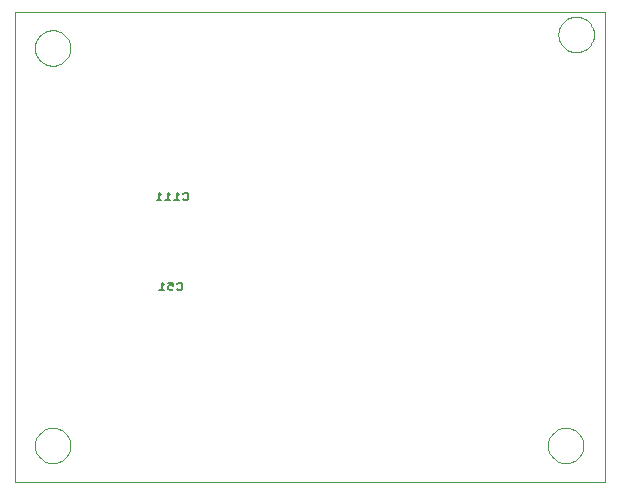
<source format=gbo>
G75*
G70*
%OFA0B0*%
%FSLAX24Y24*%
%IPPOS*%
%LPD*%
%AMOC8*
5,1,8,0,0,1.08239X$1,22.5*
%
%ADD10C,0.0000*%
%ADD11C,0.0080*%
D10*
X000671Y003960D02*
X020356Y003960D01*
X020356Y019645D01*
X000671Y019645D01*
X000671Y003960D01*
X001343Y005184D02*
X001345Y005232D01*
X001351Y005280D01*
X001361Y005327D01*
X001374Y005373D01*
X001392Y005418D01*
X001412Y005462D01*
X001437Y005504D01*
X001465Y005543D01*
X001495Y005580D01*
X001529Y005614D01*
X001566Y005646D01*
X001604Y005675D01*
X001645Y005700D01*
X001688Y005722D01*
X001733Y005740D01*
X001779Y005754D01*
X001826Y005765D01*
X001874Y005772D01*
X001922Y005775D01*
X001970Y005774D01*
X002018Y005769D01*
X002066Y005760D01*
X002112Y005748D01*
X002157Y005731D01*
X002201Y005711D01*
X002243Y005688D01*
X002283Y005661D01*
X002321Y005631D01*
X002356Y005598D01*
X002388Y005562D01*
X002418Y005524D01*
X002444Y005483D01*
X002466Y005440D01*
X002486Y005396D01*
X002501Y005351D01*
X002513Y005304D01*
X002521Y005256D01*
X002525Y005208D01*
X002525Y005160D01*
X002521Y005112D01*
X002513Y005064D01*
X002501Y005017D01*
X002486Y004972D01*
X002466Y004928D01*
X002444Y004885D01*
X002418Y004844D01*
X002388Y004806D01*
X002356Y004770D01*
X002321Y004737D01*
X002283Y004707D01*
X002243Y004680D01*
X002201Y004657D01*
X002157Y004637D01*
X002112Y004620D01*
X002066Y004608D01*
X002018Y004599D01*
X001970Y004594D01*
X001922Y004593D01*
X001874Y004596D01*
X001826Y004603D01*
X001779Y004614D01*
X001733Y004628D01*
X001688Y004646D01*
X001645Y004668D01*
X001604Y004693D01*
X001566Y004722D01*
X001529Y004754D01*
X001495Y004788D01*
X001465Y004825D01*
X001437Y004864D01*
X001412Y004906D01*
X001392Y004950D01*
X001374Y004995D01*
X001361Y005041D01*
X001351Y005088D01*
X001345Y005136D01*
X001343Y005184D01*
X001343Y018434D02*
X001345Y018482D01*
X001351Y018530D01*
X001361Y018577D01*
X001374Y018623D01*
X001392Y018668D01*
X001412Y018712D01*
X001437Y018754D01*
X001465Y018793D01*
X001495Y018830D01*
X001529Y018864D01*
X001566Y018896D01*
X001604Y018925D01*
X001645Y018950D01*
X001688Y018972D01*
X001733Y018990D01*
X001779Y019004D01*
X001826Y019015D01*
X001874Y019022D01*
X001922Y019025D01*
X001970Y019024D01*
X002018Y019019D01*
X002066Y019010D01*
X002112Y018998D01*
X002157Y018981D01*
X002201Y018961D01*
X002243Y018938D01*
X002283Y018911D01*
X002321Y018881D01*
X002356Y018848D01*
X002388Y018812D01*
X002418Y018774D01*
X002444Y018733D01*
X002466Y018690D01*
X002486Y018646D01*
X002501Y018601D01*
X002513Y018554D01*
X002521Y018506D01*
X002525Y018458D01*
X002525Y018410D01*
X002521Y018362D01*
X002513Y018314D01*
X002501Y018267D01*
X002486Y018222D01*
X002466Y018178D01*
X002444Y018135D01*
X002418Y018094D01*
X002388Y018056D01*
X002356Y018020D01*
X002321Y017987D01*
X002283Y017957D01*
X002243Y017930D01*
X002201Y017907D01*
X002157Y017887D01*
X002112Y017870D01*
X002066Y017858D01*
X002018Y017849D01*
X001970Y017844D01*
X001922Y017843D01*
X001874Y017846D01*
X001826Y017853D01*
X001779Y017864D01*
X001733Y017878D01*
X001688Y017896D01*
X001645Y017918D01*
X001604Y017943D01*
X001566Y017972D01*
X001529Y018004D01*
X001495Y018038D01*
X001465Y018075D01*
X001437Y018114D01*
X001412Y018156D01*
X001392Y018200D01*
X001374Y018245D01*
X001361Y018291D01*
X001351Y018338D01*
X001345Y018386D01*
X001343Y018434D01*
X018443Y005184D02*
X018445Y005232D01*
X018451Y005280D01*
X018461Y005327D01*
X018474Y005373D01*
X018492Y005418D01*
X018512Y005462D01*
X018537Y005504D01*
X018565Y005543D01*
X018595Y005580D01*
X018629Y005614D01*
X018666Y005646D01*
X018704Y005675D01*
X018745Y005700D01*
X018788Y005722D01*
X018833Y005740D01*
X018879Y005754D01*
X018926Y005765D01*
X018974Y005772D01*
X019022Y005775D01*
X019070Y005774D01*
X019118Y005769D01*
X019166Y005760D01*
X019212Y005748D01*
X019257Y005731D01*
X019301Y005711D01*
X019343Y005688D01*
X019383Y005661D01*
X019421Y005631D01*
X019456Y005598D01*
X019488Y005562D01*
X019518Y005524D01*
X019544Y005483D01*
X019566Y005440D01*
X019586Y005396D01*
X019601Y005351D01*
X019613Y005304D01*
X019621Y005256D01*
X019625Y005208D01*
X019625Y005160D01*
X019621Y005112D01*
X019613Y005064D01*
X019601Y005017D01*
X019586Y004972D01*
X019566Y004928D01*
X019544Y004885D01*
X019518Y004844D01*
X019488Y004806D01*
X019456Y004770D01*
X019421Y004737D01*
X019383Y004707D01*
X019343Y004680D01*
X019301Y004657D01*
X019257Y004637D01*
X019212Y004620D01*
X019166Y004608D01*
X019118Y004599D01*
X019070Y004594D01*
X019022Y004593D01*
X018974Y004596D01*
X018926Y004603D01*
X018879Y004614D01*
X018833Y004628D01*
X018788Y004646D01*
X018745Y004668D01*
X018704Y004693D01*
X018666Y004722D01*
X018629Y004754D01*
X018595Y004788D01*
X018565Y004825D01*
X018537Y004864D01*
X018512Y004906D01*
X018492Y004950D01*
X018474Y004995D01*
X018461Y005041D01*
X018451Y005088D01*
X018445Y005136D01*
X018443Y005184D01*
X018793Y018884D02*
X018795Y018932D01*
X018801Y018980D01*
X018811Y019027D01*
X018824Y019073D01*
X018842Y019118D01*
X018862Y019162D01*
X018887Y019204D01*
X018915Y019243D01*
X018945Y019280D01*
X018979Y019314D01*
X019016Y019346D01*
X019054Y019375D01*
X019095Y019400D01*
X019138Y019422D01*
X019183Y019440D01*
X019229Y019454D01*
X019276Y019465D01*
X019324Y019472D01*
X019372Y019475D01*
X019420Y019474D01*
X019468Y019469D01*
X019516Y019460D01*
X019562Y019448D01*
X019607Y019431D01*
X019651Y019411D01*
X019693Y019388D01*
X019733Y019361D01*
X019771Y019331D01*
X019806Y019298D01*
X019838Y019262D01*
X019868Y019224D01*
X019894Y019183D01*
X019916Y019140D01*
X019936Y019096D01*
X019951Y019051D01*
X019963Y019004D01*
X019971Y018956D01*
X019975Y018908D01*
X019975Y018860D01*
X019971Y018812D01*
X019963Y018764D01*
X019951Y018717D01*
X019936Y018672D01*
X019916Y018628D01*
X019894Y018585D01*
X019868Y018544D01*
X019838Y018506D01*
X019806Y018470D01*
X019771Y018437D01*
X019733Y018407D01*
X019693Y018380D01*
X019651Y018357D01*
X019607Y018337D01*
X019562Y018320D01*
X019516Y018308D01*
X019468Y018299D01*
X019420Y018294D01*
X019372Y018293D01*
X019324Y018296D01*
X019276Y018303D01*
X019229Y018314D01*
X019183Y018328D01*
X019138Y018346D01*
X019095Y018368D01*
X019054Y018393D01*
X019016Y018422D01*
X018979Y018454D01*
X018945Y018488D01*
X018915Y018525D01*
X018887Y018564D01*
X018862Y018606D01*
X018842Y018650D01*
X018824Y018695D01*
X018811Y018741D01*
X018801Y018788D01*
X018795Y018836D01*
X018793Y018884D01*
D11*
X006444Y013574D02*
X006444Y013414D01*
X006404Y013374D01*
X006324Y013374D01*
X006284Y013414D01*
X006149Y013374D02*
X005989Y013374D01*
X006069Y013374D02*
X006069Y013614D01*
X006149Y013534D01*
X006284Y013574D02*
X006324Y013614D01*
X006404Y013614D01*
X006444Y013574D01*
X005854Y013534D02*
X005774Y013614D01*
X005774Y013374D01*
X005854Y013374D02*
X005694Y013374D01*
X005560Y013374D02*
X005400Y013374D01*
X005480Y013374D02*
X005480Y013614D01*
X005560Y013534D01*
X005574Y010614D02*
X005574Y010374D01*
X005654Y010374D02*
X005494Y010374D01*
X005654Y010534D02*
X005574Y010614D01*
X005789Y010614D02*
X005949Y010614D01*
X005949Y010494D01*
X005869Y010534D01*
X005829Y010534D01*
X005789Y010494D01*
X005789Y010414D01*
X005829Y010374D01*
X005909Y010374D01*
X005949Y010414D01*
X006084Y010414D02*
X006124Y010374D01*
X006204Y010374D01*
X006244Y010414D01*
X006244Y010574D01*
X006204Y010614D01*
X006124Y010614D01*
X006084Y010574D01*
M02*

</source>
